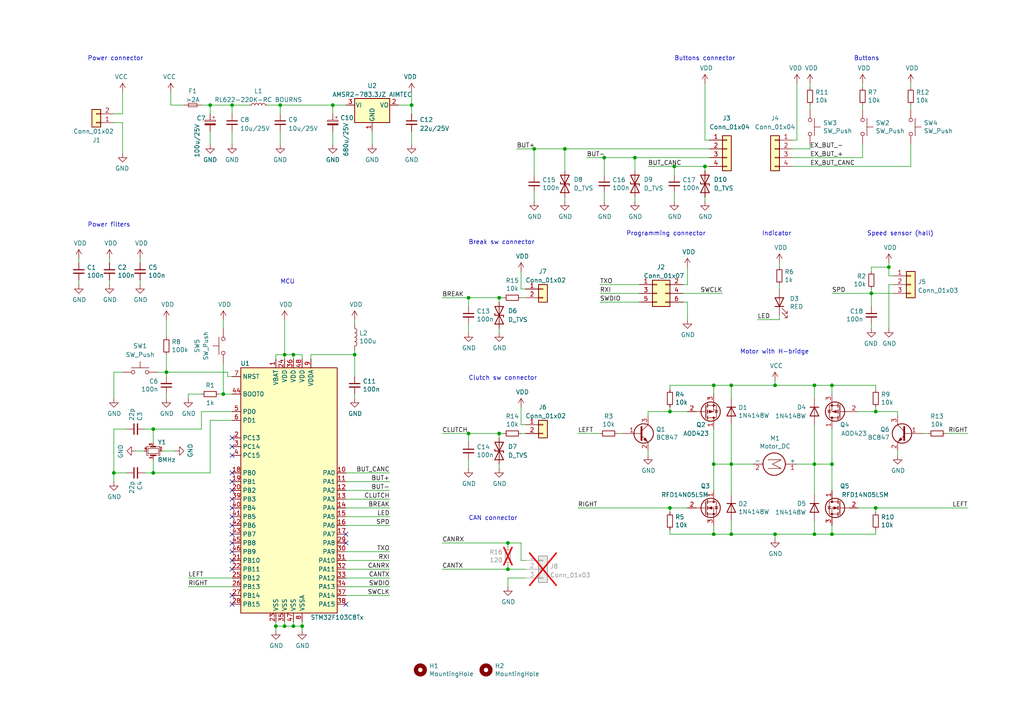
<source format=kicad_sch>
(kicad_sch (version 20230121) (generator eeschema)
  (paper "A4")
  (title_block (title "Sterownik tempomatu") (date "2022-12-19") (rev "1") (company "CR"))
  (junction (at 236.22 154.94))
  (junction (at 48.26 107.95))
  (junction (at 241.3 111.76))
  (junction (at 241.3 154.94))
  (junction (at 81.28 30.48))
  (junction (at 207.01 134.62))
  (junction (at 60.96 30.48))
  (junction (at 119.38 30.48))
  (junction (at 96.52 30.48))
  (junction (at 163.83 43.18))
  (junction (at 207.01 154.94))
  (junction (at 254 119.38))
  (junction (at 135.89 125.73))
  (junction (at 212.09 154.94))
  (junction (at 144.78 86.36))
  (junction (at 236.22 134.62))
  (junction (at 257.81 77.47))
  (junction (at 212.09 134.62))
  (junction (at 236.22 111.76))
  (junction (at 85.09 102.87))
  (junction (at 224.79 111.76))
  (junction (at 82.55 181.61))
  (junction (at 144.78 125.73))
  (junction (at 44.45 124.46))
  (junction (at 224.79 154.94))
  (junction (at 212.09 111.76))
  (junction (at 241.3 134.62))
  (junction (at 207.01 111.76))
  (junction (at 44.45 137.16))
  (junction (at 64.77 114.3))
  (junction (at 67.31 30.48))
  (junction (at 184.15 45.72))
  (junction (at 154.94 43.18))
  (junction (at 194.31 147.32))
  (junction (at 254 147.32))
  (junction (at 87.63 181.61))
  (junction (at 204.47 48.26))
  (junction (at 194.31 119.38))
  (junction (at 147.32 157.48))
  (junction (at 135.89 86.36))
  (junction (at 175.26 45.72))
  (junction (at 102.87 102.87))
  (junction (at 33.02 137.16))
  (junction (at 85.09 181.61))
  (junction (at 195.58 48.26))
  (junction (at 80.01 181.61))
  (junction (at 252.73 85.09))
  (junction (at 147.32 165.1))
  (junction (at 82.55 102.87))
  (no_connect (at 67.31 152.4))
  (no_connect (at 67.31 154.94))
  (no_connect (at 67.31 165.1))
  (no_connect (at 67.31 147.32))
  (no_connect (at 67.31 142.24))
  (no_connect (at 67.31 139.7))
  (no_connect (at 67.31 162.56))
  (no_connect (at 100.33 157.48))
  (no_connect (at 67.31 132.08))
  (no_connect (at 67.31 137.16))
  (no_connect (at 67.31 157.48))
  (no_connect (at 67.31 149.86))
  (no_connect (at 100.33 154.94))
  (no_connect (at 67.31 160.02))
  (no_connect (at 67.31 129.54))
  (no_connect (at 67.31 172.72))
  (no_connect (at 67.31 144.78))
  (no_connect (at 67.31 175.26))
  (no_connect (at 67.31 127))
  (no_connect (at 100.33 175.26))
  (wire (pts (xy 231.14 134.62) (xy 236.22 134.62)))
  (wire (pts (xy 207.01 111.76) (xy 194.31 111.76)))
  (wire (pts (xy 257.81 77.47) (xy 257.81 80.01)))
  (wire (pts (xy 207.01 111.76) (xy 207.01 114.3)))
  (wire (pts (xy 147.32 163.83) (xy 147.32 165.1)))
  (wire (pts (xy 236.22 154.94) (xy 241.3 154.94)))
  (wire (pts (xy 100.33 139.7) (xy 113.03 139.7)))
  (wire (pts (xy 67.31 38.1) (xy 67.31 41.91)))
  (wire (pts (xy 204.47 48.26) (xy 204.47 49.53)))
  (wire (pts (xy 236.22 151.13) (xy 236.22 154.94)))
  (wire (pts (xy 248.92 147.32) (xy 254 147.32)))
  (wire (pts (xy 135.89 133.35) (xy 135.89 135.89)))
  (wire (pts (xy 96.52 38.1) (xy 96.52 41.91)))
  (wire (pts (xy 205.74 40.64) (xy 204.47 40.64)))
  (wire (pts (xy 44.45 137.16) (xy 60.96 137.16)))
  (wire (pts (xy 40.64 74.93) (xy 40.64 76.2)))
  (wire (pts (xy 195.58 55.88) (xy 195.58 58.42)))
  (wire (pts (xy 236.22 111.76) (xy 241.3 111.76)))
  (wire (pts (xy 100.33 144.78) (xy 113.03 144.78)))
  (wire (pts (xy 236.22 115.57) (xy 236.22 111.76)))
  (wire (pts (xy 151.13 157.48) (xy 147.32 157.48)))
  (wire (pts (xy 254 154.94) (xy 254 153.67)))
  (wire (pts (xy 195.58 48.26) (xy 195.58 50.8)))
  (wire (pts (xy 33.02 124.46) (xy 33.02 137.16)))
  (wire (pts (xy 212.09 111.76) (xy 224.79 111.76)))
  (wire (pts (xy 80.01 181.61) (xy 80.01 182.88)))
  (wire (pts (xy 175.26 45.72) (xy 175.26 50.8)))
  (wire (pts (xy 198.12 85.09) (xy 209.55 85.09)))
  (wire (pts (xy 274.32 125.73) (xy 280.67 125.73)))
  (wire (pts (xy 212.09 111.76) (xy 207.01 111.76)))
  (wire (pts (xy 151.13 78.74) (xy 151.13 83.82)))
  (wire (pts (xy 46.99 130.81) (xy 50.8 130.81)))
  (wire (pts (xy 241.3 134.62) (xy 241.3 142.24)))
  (wire (pts (xy 58.42 124.46) (xy 58.42 119.38)))
  (wire (pts (xy 252.73 85.09) (xy 259.08 85.09)))
  (wire (pts (xy 175.26 45.72) (xy 184.15 45.72)))
  (wire (pts (xy 236.22 134.62) (xy 241.3 134.62)))
  (wire (pts (xy 119.38 30.48) (xy 119.38 33.02)))
  (wire (pts (xy 135.89 125.73) (xy 135.89 128.27)))
  (wire (pts (xy 87.63 102.87) (xy 87.63 104.14)))
  (wire (pts (xy 66.04 107.95) (xy 66.04 109.22)))
  (wire (pts (xy 252.73 93.98) (xy 252.73 95.25)))
  (wire (pts (xy 96.52 33.02) (xy 96.52 30.48)))
  (wire (pts (xy 128.27 165.1) (xy 147.32 165.1)))
  (wire (pts (xy 100.33 170.18) (xy 113.03 170.18)))
  (wire (pts (xy 147.32 167.64) (xy 152.4 167.64)))
  (wire (pts (xy 184.15 45.72) (xy 184.15 49.53)))
  (wire (pts (xy 224.79 111.76) (xy 236.22 111.76)))
  (wire (pts (xy 173.99 85.09) (xy 185.42 85.09)))
  (wire (pts (xy 241.3 114.3) (xy 241.3 111.76)))
  (wire (pts (xy 151.13 83.82) (xy 152.4 83.82)))
  (wire (pts (xy 180.34 125.73) (xy 179.07 125.73)))
  (wire (pts (xy 100.33 165.1) (xy 113.03 165.1)))
  (wire (pts (xy 241.3 111.76) (xy 254 111.76)))
  (wire (pts (xy 80.01 181.61) (xy 82.55 181.61)))
  (wire (pts (xy 128.27 157.48) (xy 147.32 157.48)))
  (wire (pts (xy 199.39 77.47) (xy 199.39 82.55)))
  (wire (pts (xy 48.26 107.95) (xy 66.04 107.95)))
  (wire (pts (xy 64.77 105.41) (xy 64.77 114.3)))
  (wire (pts (xy 100.33 142.24) (xy 113.03 142.24)))
  (wire (pts (xy 77.47 30.48) (xy 81.28 30.48)))
  (wire (pts (xy 31.75 74.93) (xy 31.75 76.2)))
  (wire (pts (xy 250.19 24.13) (xy 250.19 25.4)))
  (wire (pts (xy 81.28 33.02) (xy 81.28 30.48)))
  (wire (pts (xy 152.4 162.56) (xy 151.13 162.56)))
  (wire (pts (xy 144.78 125.73) (xy 144.78 127)))
  (wire (pts (xy 107.95 38.1) (xy 107.95 41.91)))
  (wire (pts (xy 167.64 147.32) (xy 194.31 147.32)))
  (wire (pts (xy 54.61 167.64) (xy 67.31 167.64)))
  (wire (pts (xy 207.01 134.62) (xy 207.01 124.46)))
  (wire (pts (xy 102.87 101.6) (xy 102.87 102.87)))
  (wire (pts (xy 33.02 139.7) (xy 33.02 137.16)))
  (wire (pts (xy 102.87 92.71) (xy 102.87 93.98)))
  (wire (pts (xy 269.24 125.73) (xy 267.97 125.73)))
  (wire (pts (xy 41.91 124.46) (xy 44.45 124.46)))
  (wire (pts (xy 147.32 170.18) (xy 147.32 167.64)))
  (wire (pts (xy 236.22 134.62) (xy 236.22 143.51)))
  (wire (pts (xy 44.45 124.46) (xy 44.45 128.27)))
  (wire (pts (xy 257.81 82.55) (xy 259.08 82.55)))
  (wire (pts (xy 151.13 118.11) (xy 151.13 123.19)))
  (wire (pts (xy 226.06 92.71) (xy 219.71 92.71)))
  (wire (pts (xy 115.57 30.48) (xy 119.38 30.48)))
  (wire (pts (xy 85.09 181.61) (xy 87.63 181.61)))
  (wire (pts (xy 102.87 109.22) (xy 102.87 102.87)))
  (wire (pts (xy 60.96 137.16) (xy 60.96 121.92)))
  (wire (pts (xy 33.02 107.95) (xy 35.56 107.95)))
  (wire (pts (xy 60.96 38.1) (xy 60.96 41.91)))
  (wire (pts (xy 85.09 180.34) (xy 85.09 181.61)))
  (wire (pts (xy 48.26 92.71) (xy 48.26 97.79)))
  (wire (pts (xy 67.31 30.48) (xy 72.39 30.48)))
  (wire (pts (xy 33.02 107.95) (xy 33.02 115.57)))
  (wire (pts (xy 80.01 180.34) (xy 80.01 181.61)))
  (wire (pts (xy 154.94 55.88) (xy 154.94 58.42)))
  (wire (pts (xy 250.19 45.72) (xy 250.19 41.91)))
  (wire (pts (xy 241.3 154.94) (xy 254 154.94)))
  (wire (pts (xy 60.96 121.92) (xy 67.31 121.92)))
  (wire (pts (xy 241.3 152.4) (xy 241.3 154.94)))
  (wire (pts (xy 128.27 86.36) (xy 135.89 86.36)))
  (wire (pts (xy 39.37 130.81) (xy 41.91 130.81)))
  (wire (pts (xy 257.81 76.2) (xy 257.81 77.47)))
  (wire (pts (xy 199.39 92.71) (xy 199.39 87.63)))
  (wire (pts (xy 147.32 157.48) (xy 147.32 158.75)))
  (wire (pts (xy 64.77 92.71) (xy 64.77 95.25)))
  (wire (pts (xy 35.56 26.67) (xy 35.56 33.02)))
  (wire (pts (xy 48.26 114.3) (xy 48.26 115.57)))
  (wire (pts (xy 144.78 125.73) (xy 146.05 125.73)))
  (wire (pts (xy 204.47 40.64) (xy 204.47 24.13)))
  (wire (pts (xy 250.19 30.48) (xy 250.19 31.75)))
  (wire (pts (xy 204.47 48.26) (xy 205.74 48.26)))
  (wire (pts (xy 207.01 142.24) (xy 207.01 134.62)))
  (wire (pts (xy 212.09 115.57) (xy 212.09 111.76)))
  (wire (pts (xy 82.55 92.71) (xy 82.55 102.87)))
  (wire (pts (xy 264.16 48.26) (xy 264.16 41.91)))
  (wire (pts (xy 82.55 102.87) (xy 85.09 102.87)))
  (wire (pts (xy 36.83 137.16) (xy 33.02 137.16)))
  (wire (pts (xy 167.64 125.73) (xy 173.99 125.73)))
  (wire (pts (xy 226.06 83.82) (xy 226.06 82.55)))
  (wire (pts (xy 248.92 119.38) (xy 254 119.38)))
  (wire (pts (xy 151.13 86.36) (xy 152.4 86.36)))
  (wire (pts (xy 128.27 125.73) (xy 135.89 125.73)))
  (wire (pts (xy 212.09 134.62) (xy 218.44 134.62)))
  (wire (pts (xy 80.01 104.14) (xy 80.01 102.87)))
  (wire (pts (xy 241.3 124.46) (xy 241.3 134.62)))
  (wire (pts (xy 252.73 78.74) (xy 252.73 77.47)))
  (wire (pts (xy 212.09 134.62) (xy 212.09 143.51)))
  (wire (pts (xy 58.42 114.3) (xy 54.61 114.3)))
  (wire (pts (xy 224.79 110.49) (xy 224.79 111.76)))
  (wire (pts (xy 187.96 119.38) (xy 194.31 119.38)))
  (wire (pts (xy 185.42 87.63) (xy 173.99 87.63)))
  (wire (pts (xy 82.55 181.61) (xy 85.09 181.61)))
  (wire (pts (xy 100.33 152.4) (xy 113.03 152.4)))
  (wire (pts (xy 54.61 114.3) (xy 54.61 115.57)))
  (wire (pts (xy 100.33 160.02) (xy 113.03 160.02)))
  (wire (pts (xy 254 147.32) (xy 254 148.59)))
  (wire (pts (xy 170.18 45.72) (xy 175.26 45.72)))
  (wire (pts (xy 194.31 147.32) (xy 199.39 147.32)))
  (wire (pts (xy 254 111.76) (xy 254 113.03)))
  (wire (pts (xy 58.42 119.38) (xy 67.31 119.38)))
  (wire (pts (xy 187.96 48.26) (xy 195.58 48.26)))
  (wire (pts (xy 254 119.38) (xy 254 118.11)))
  (wire (pts (xy 44.45 124.46) (xy 58.42 124.46)))
  (wire (pts (xy 80.01 102.87) (xy 82.55 102.87)))
  (wire (pts (xy 207.01 154.94) (xy 194.31 154.94)))
  (wire (pts (xy 90.17 102.87) (xy 102.87 102.87)))
  (wire (pts (xy 234.95 24.13) (xy 234.95 25.4)))
  (wire (pts (xy 234.95 43.18) (xy 234.95 41.91)))
  (wire (pts (xy 229.87 40.64) (xy 231.14 40.64)))
  (wire (pts (xy 224.79 154.94) (xy 236.22 154.94)))
  (wire (pts (xy 151.13 123.19) (xy 152.4 123.19)))
  (wire (pts (xy 199.39 87.63) (xy 198.12 87.63)))
  (wire (pts (xy 60.96 30.48) (xy 67.31 30.48)))
  (wire (pts (xy 163.83 43.18) (xy 205.74 43.18)))
  (wire (pts (xy 257.81 80.01) (xy 259.08 80.01)))
  (wire (pts (xy 149.86 43.18) (xy 154.94 43.18)))
  (wire (pts (xy 100.33 137.16) (xy 113.03 137.16)))
  (wire (pts (xy 100.33 162.56) (xy 113.03 162.56)))
  (wire (pts (xy 226.06 77.47) (xy 226.06 76.2)))
  (wire (pts (xy 199.39 82.55) (xy 198.12 82.55)))
  (wire (pts (xy 31.75 81.28) (xy 31.75 82.55)))
  (wire (pts (xy 82.55 104.14) (xy 82.55 102.87)))
  (wire (pts (xy 87.63 181.61) (xy 87.63 182.88)))
  (wire (pts (xy 81.28 38.1) (xy 81.28 41.91)))
  (wire (pts (xy 135.89 93.98) (xy 135.89 96.52)))
  (wire (pts (xy 82.55 180.34) (xy 82.55 181.61)))
  (wire (pts (xy 66.04 109.22) (xy 67.31 109.22)))
  (wire (pts (xy 224.79 156.21) (xy 224.79 154.94)))
  (wire (pts (xy 260.35 132.08) (xy 260.35 130.81)))
  (wire (pts (xy 144.78 95.25) (xy 144.78 96.52)))
  (wire (pts (xy 113.03 149.86) (xy 100.33 149.86)))
  (wire (pts (xy 35.56 35.56) (xy 35.56 44.45)))
  (wire (pts (xy 60.96 33.02) (xy 60.96 30.48)))
  (wire (pts (xy 187.96 132.08) (xy 187.96 130.81)))
  (wire (pts (xy 264.16 24.13) (xy 264.16 25.4)))
  (wire (pts (xy 90.17 104.14) (xy 90.17 102.87)))
  (wire (pts (xy 85.09 102.87) (xy 87.63 102.87)))
  (wire (pts (xy 87.63 181.61) (xy 87.63 180.34)))
  (wire (pts (xy 184.15 45.72) (xy 205.74 45.72)))
  (wire (pts (xy 58.42 30.48) (xy 60.96 30.48)))
  (wire (pts (xy 175.26 55.88) (xy 175.26 58.42)))
  (wire (pts (xy 144.78 86.36) (xy 144.78 87.63)))
  (wire (pts (xy 135.89 86.36) (xy 135.89 88.9)))
  (wire (pts (xy 187.96 120.65) (xy 187.96 119.38)))
  (wire (pts (xy 154.94 43.18) (xy 163.83 43.18)))
  (wire (pts (xy 257.81 82.55) (xy 257.81 95.25)))
  (wire (pts (xy 260.35 119.38) (xy 254 119.38)))
  (wire (pts (xy 229.87 45.72) (xy 250.19 45.72)))
  (wire (pts (xy 163.83 57.15) (xy 163.83 58.42)))
  (wire (pts (xy 35.56 33.02) (xy 33.02 33.02)))
  (wire (pts (xy 194.31 119.38) (xy 194.31 118.11)))
  (wire (pts (xy 212.09 151.13) (xy 212.09 154.94)))
  (wire (pts (xy 264.16 30.48) (xy 264.16 31.75)))
  (wire (pts (xy 252.73 88.9) (xy 252.73 85.09)))
  (wire (pts (xy 194.31 148.59) (xy 194.31 147.32)))
  (wire (pts (xy 100.33 147.32) (xy 113.03 147.32)))
  (wire (pts (xy 48.26 109.22) (xy 48.26 107.95)))
  (wire (pts (xy 231.14 40.64) (xy 231.14 24.13)))
  (wire (pts (xy 144.78 134.62) (xy 144.78 135.89)))
  (wire (pts (xy 22.86 81.28) (xy 22.86 82.55)))
  (wire (pts (xy 260.35 120.65) (xy 260.35 119.38)))
  (wire (pts (xy 135.89 86.36) (xy 144.78 86.36)))
  (wire (pts (xy 154.94 43.18) (xy 154.94 50.8)))
  (wire (pts (xy 151.13 162.56) (xy 151.13 157.48)))
  (wire (pts (xy 163.83 43.18) (xy 163.83 49.53)))
  (wire (pts (xy 207.01 152.4) (xy 207.01 154.94)))
  (wire (pts (xy 241.3 85.09) (xy 252.73 85.09)))
  (wire (pts (xy 49.53 30.48) (xy 53.34 30.48)))
  (wire (pts (xy 185.42 82.55) (xy 173.99 82.55)))
  (wire (pts (xy 96.52 30.48) (xy 100.33 30.48)))
  (wire (pts (xy 49.53 26.67) (xy 49.53 30.48)))
  (wire (pts (xy 63.5 114.3) (xy 64.77 114.3)))
  (wire (pts (xy 67.31 33.02) (xy 67.31 30.48)))
  (wire (pts (xy 41.91 137.16) (xy 44.45 137.16)))
  (wire (pts (xy 204.47 57.15) (xy 204.47 58.42)))
  (wire (pts (xy 212.09 154.94) (xy 224.79 154.94)))
  (wire (pts (xy 212.09 123.19) (xy 212.09 134.62)))
  (wire (pts (xy 151.13 125.73) (xy 152.4 125.73)))
  (wire (pts (xy 236.22 123.19) (xy 236.22 134.62)))
  (wire (pts (xy 100.33 172.72) (xy 113.03 172.72)))
  (wire (pts (xy 135.89 125.73) (xy 144.78 125.73)))
  (wire (pts (xy 119.38 38.1) (xy 119.38 41.91)))
  (wire (pts (xy 194.31 111.76) (xy 194.31 113.03)))
  (wire (pts (xy 100.33 167.64) (xy 113.03 167.64)))
  (wire (pts (xy 212.09 154.94) (xy 207.01 154.94)))
  (wire (pts (xy 199.39 119.38) (xy 194.31 119.38)))
  (wire (pts (xy 67.31 170.18) (xy 54.61 170.18)))
  (wire (pts (xy 212.09 134.62) (xy 207.01 134.62)))
  (wire (pts (xy 252.73 77.47) (xy 257.81 77.47)))
  (wire (pts (xy 40.64 81.28) (xy 40.64 82.55)))
  (wire (pts (xy 144.78 86.36) (xy 146.05 86.36)))
  (wire (pts (xy 85.09 104.14) (xy 85.09 102.87)))
  (wire (pts (xy 33.02 124.46) (xy 36.83 124.46)))
  (wire (pts (xy 102.87 115.57) (xy 102.87 114.3)))
  (wire (pts (xy 184.15 57.15) (xy 184.15 58.42)))
  (wire (pts (xy 252.73 83.82) (xy 252.73 85.09)))
  (wire (pts (xy 234.95 30.48) (xy 234.95 31.75)))
  (wire (pts (xy 22.86 74.93) (xy 22.86 76.2)))
  (wire (pts (xy 33.02 35.56) (xy 35.56 35.56)))
  (wire (pts (xy 119.38 30.48) (xy 119.38 26.67)))
  (wire (pts (xy 64.77 114.3) (xy 67.31 114.3)))
  (wire (pts (xy 81.28 30.48) (xy 96.52 30.48)))
  (wire (pts (xy 229.87 43.18) (xy 234.95 43.18)))
  (wire (pts (xy 45.72 107.95) (xy 48.26 107.95)))
  (wire (pts (xy 195.58 48.26) (xy 204.47 48.26)))
  (wire (pts (xy 194.31 154.94) (xy 194.31 153.67)))
  (wire (pts (xy 254 147.32) (xy 280.67 147.32)))
  (wire (pts (xy 48.26 102.87) (xy 48.26 107.95)))
  (wire (pts (xy 229.87 48.26) (xy 264.16 48.26)))
  (wire (pts (xy 226.06 91.44) (xy 226.06 92.71)))
  (wire (pts (xy 44.45 133.35) (xy 44.45 137.16)))
  (wire (pts (xy 147.32 165.1) (xy 152.4 165.1)))
  (text "Buttons" (at 247.65 17.78 0) (effects (font (size 1.27 1.27)) (justify left bottom)))
  (text "MCU" (at 81.28 82.55 0) (effects (font (size 1.27 1.27)) (justify left bottom)))
  (text "Programming connector" (at 181.61 68.58 0) (effects (font (size 1.27 1.27)) (justify left bottom)))
  (text "Buttons connector" (at 195.58 17.78 0) (effects (font (size 1.27 1.27)) (justify left bottom)))
  (text "Power connector" (at 25.4 17.78 0) (effects (font (size 1.27 1.27)) (justify left bottom)))
  (text "Clutch sw connector" (at 135.89 110.49 0) (effects (font (size 1.27 1.27)) (justify left bottom)))
  (text "Indicator" (at 220.98 68.58 0) (effects (font (size 1.27 1.27)) (justify left bottom)))
  (text "Power filters" (at 25.4 66.04 0) (effects (font (size 1.27 1.27)) (justify left bottom)))
  (text "Speed sensor (hall)" (at 251.46 68.58 0) (effects (font (size 1.27 1.27)) (justify left bottom)))
  (text "CAN connector" (at 135.89 151.13 0) (effects (font (size 1.27 1.27)) (justify left bottom)))
  (text "Break sw connector" (at 135.89 71.12 0) (effects (font (size 1.27 1.27)) (justify left bottom)))
  (text "Motor with H-bridge" (at 214.63 102.87 0) (effects (font (size 1.27 1.27)) (justify left bottom)))
  (label "TXO" (at 173.99 82.55 0))
  (label "SWCLK" (at 209.55 85.09 180))
  (label "CANRX" (at 113.03 165.1 180))
  (label "CANTX" (at 128.27 165.1 0))
  (label "LED" (at 219.71 92.71 0))
  (label "BUT+" (at 113.03 139.7 180))
  (label "CLUTCH" (at 128.27 125.73 0))
  (label "SWDIO" (at 173.99 87.63 0))
  (label "RIGHT" (at 167.64 147.32 0))
  (label "RXI" (at 173.99 85.09 0))
  (label "BUT_CANC" (at 187.96 48.26 0))
  (label "EX_BUT_+" (at 234.95 45.72 0))
  (label "CANRX" (at 128.27 157.48 0))
  (label "LEFT" (at 167.64 125.73 0))
  (label "BREAK" (at 128.27 86.36 0))
  (label "LEFT" (at 280.67 147.32 180))
  (label "LED" (at 113.03 149.86 180))
  (label "SPD" (at 113.03 152.4 180))
  (label "EX_BUT_CANC" (at 234.95 48.26 0))
  (label "RIGHT" (at 54.61 170.18 0))
  (label "BUT_CANC" (at 113.03 137.16 180))
  (label "TXO" (at 113.03 160.02 180))
  (label "LEFT" (at 54.61 167.64 0))
  (label "SWCLK" (at 113.03 172.72 180))
  (label "SPD" (at 241.3 85.09 0))
  (label "RIGHT" (at 280.67 125.73 180))
  (label "CLUTCH" (at 113.03 144.78 180))
  (label "RXI" (at 113.03 162.56 180))
  (label "BUT-" (at 113.03 142.24 180))
  (label "BUT+" (at 149.86 43.18 0))
  (label "CANTX" (at 113.03 167.64 180))
  (label "EX_BUT_-" (at 234.95 43.18 0))
  (label "SWDIO" (at 113.03 170.18 180))
  (label "BUT-" (at 170.18 45.72 0))
  (label "BREAK" (at 113.03 147.32 180))
  (symbol (lib_id "Device:Q_NMOS_DGS") (at 204.47 147.32 0) (unit 1)
    (property "Reference" "Q3" (at 203.2 140.97 0) (effects (justify left)))
    (property "Value" "RFD14N05LSM" (at 191.77 143.51 0) (effects (justify left)))
    (property "Footprint" "Package_TO_SOT_SMD:TO-252-3_TabPin1" (effects hide))
  )
  (symbol (lib_id "Device:Q_PMOS_DGS") (at 204.47 119.38 0) (mirror x) (unit 1)
    (property "Reference" "Q2" (at 201.93 123.19 0) (effects (justify left)))
    (property "Value" "AOD423" (at 198.12 125.73 0) (effects (justify left)))
    (property "Footprint" "Package_TO_SOT_SMD:TO-252-3_TabPin1" (effects hide))
  )
  (symbol (lib_id "Device:Q_NMOS_DGS") (at 243.84 147.32 0) (mirror y) (unit 1)
    (property "Reference" "Q5" (at 246.38 140.97 0) (effects (justify left)))
    (property "Value" "RFD14N05LSM" (at 257.81 143.51 0) (effects (justify left)))
    (property "Footprint" "Package_TO_SOT_SMD:TO-252-3_TabPin1" (effects hide))
  )
  (symbol (lib_id "Device:Q_PMOS_DGS") (at 243.84 119.38 180) (unit 1)
    (property "Reference" "Q4" (at 246.38 123.19 0) (effects (justify left)))
    (property "Value" "AOD423" (at 251.46 125.73 0) (effects (justify left)))
    (property "Footprint" "Package_TO_SOT_SMD:TO-252-3_TabPin1" (effects hide))
  )
  (symbol (lib_id "Device:R_Small") (at 194.31 115.57 0) (unit 1)
    (property "Reference" "R4" (at 195.8086 114.4016 0) (effects (justify left)))
    (property "Value" "10k" (at 195.8086 116.713 0) (effects (justify left)))
    (property "Footprint" "Resistor_SMD:R_0603_1608Metric" (effects hide))
  )
  (symbol (lib_id "Device:R_Small") (at 194.31 151.13 0) (unit 1)
    (property "Reference" "R5" (at 195.8086 149.9616 0) (effects (justify left)))
    (property "Value" "10k" (at 195.8086 152.273 0) (effects (justify left)))
    (property "Footprint" "Resistor_SMD:R_0603_1608Metric" (effects hide))
  )
  (symbol (lib_id "Device:R_Small") (at 254 151.13 0) (unit 1)
    (property "Reference" "R10" (at 255.4986 149.9616 0) (effects (justify left)))
    (property "Value" "10k" (at 255.4986 152.273 0) (effects (justify left)))
    (property "Footprint" "Resistor_SMD:R_0603_1608Metric" (effects hide))
  )
  (symbol (lib_id "Device:R_Small") (at 254 115.57 0) (unit 1)
    (property "Reference" "R9" (at 255.4986 114.4016 0) (effects (justify left)))
    (property "Value" "10k" (at 255.4986 116.713 0) (effects (justify left)))
    (property "Footprint" "Resistor_SMD:R_0603_1608Metric" (effects hide))
  )
  (symbol (lib_id "power:VCC") (at 224.79 110.49 0) (unit 1)
    (property "Reference" "#PWR032" (effects hide))
    (property "Value" "VCC" (at 225.171 106.0958 0))
  )
  (symbol (lib_id "power:GND") (at 224.79 156.21 0) (unit 1)
    (property "Reference" "#PWR033" (effects hide))
    (property "Value" "GND" (at 224.917 160.6042 0))
  )
  (symbol (lib_id "Motor:Motor_DC") (at 226.06 134.62 270) (unit 1)
    (property "Reference" "M1" (at 224.79 127.127 90))
    (property "Value" "Motor_DC" (at 224.79 129.4384 90))
    (property "Footprint" "Connector_PinHeader_2.54mm:PinHeader_1x02_P2.54mm_Vertical" (effects hide))
  )
  (symbol (lib_id "Transistor_BJT:BC847") (at 185.42 125.73 0) (unit 1)
    (property "Reference" "Q1" (at 190.2714 124.5616 0) (effects (justify left)))
    (property "Value" "BC847" (at 190.2714 126.873 0) (effects (justify left)))
    (property "Footprint" "Package_TO_SOT_SMD:SOT-23" (effects hide))
    (property "Datasheet" "http://www.infineon.com/dgdl/Infineon-BC847SERIES_BC848SERIES_BC849SERIES_BC850SERIES-DS-v01_01-en.pdf?fileId=db3a304314dca389011541d4630a1657" (effects hide))
  )
  (symbol (lib_id "Transistor_BJT:BC847") (at 262.89 125.73 0) (mirror y) (unit 1)
    (property "Reference" "Q6" (at 258.0386 124.5616 0) (effects (justify left)))
    (property "Value" "BC847" (at 258.0386 126.873 0) (effects (justify left)))
    (property "Footprint" "Package_TO_SOT_SMD:SOT-23" (effects hide))
    (property "Datasheet" "http://www.infineon.com/dgdl/Infineon-BC847SERIES_BC848SERIES_BC849SERIES_BC850SERIES-DS-v01_01-en.pdf?fileId=db3a304314dca389011541d4630a1657" (effects hide))
  )
  (symbol (lib_id "power:GND") (at 187.96 132.08 0) (unit 1)
    (property "Reference" "#PWR029" (effects hide))
    (property "Value" "GND" (at 188.087 136.4742 0))
  )
  (symbol (lib_id "power:GND") (at 260.35 132.08 0) (unit 1)
    (property "Reference" "#PWR040" (effects hide))
    (property "Value" "GND" (at 260.477 136.4742 0))
  )
  (symbol (lib_id "Device:R_Small") (at 176.53 125.73 270) (unit 1)
    (property "Reference" "R3" (at 176.53 120.7516 90))
    (property "Value" "10k" (at 176.53 123.063 90))
    (property "Footprint" "Resistor_SMD:R_0603_1608Metric" (effects hide))
  )
  (symbol (lib_id "Device:R_Small") (at 271.78 125.73 270) (unit 1)
    (property "Reference" "R13" (at 271.78 120.7516 90))
    (property "Value" "10k" (at 271.78 123.063 90))
    (property "Footprint" "Resistor_SMD:R_0603_1608Metric" (effects hide))
  )
  (symbol (lib_id "Diode:1N4148W") (at 212.09 119.38 270) (unit 1)
    (property "Reference" "D1" (at 214.122 118.2116 90) (effects (justify left)))
    (property "Value" "1N4148W" (at 214.122 120.523 90) (effects (justify left)))
    (property "Footprint" "Diode_SMD:D_SOD-123" (effects hide))
    (property "Datasheet" "https://www.vishay.com/docs/85748/1n4148w.pdf" (effects hide))
  )
  (symbol (lib_id "Diode:1N4148W") (at 236.22 119.38 90) (mirror x) (unit 1)
    (property "Reference" "D4" (at 231.14 118.11 90) (effects (justify right)))
    (property "Value" "1N4148W" (at 224.79 120.65 90) (effects (justify right)))
    (property "Footprint" "Diode_SMD:D_SOD-123" (effects hide))
    (property "Datasheet" "https://www.vishay.com/docs/85748/1n4148w.pdf" (effects hide))
  )
  (symbol (lib_id "Diode:1N4148W") (at 212.09 147.32 270) (unit 1)
    (property "Reference" "D2" (at 214.122 146.1516 90) (effects (justify left)))
    (property "Value" "1N4148W" (at 214.122 148.463 90) (effects (justify left)))
    (property "Footprint" "Diode_SMD:D_SOD-123" (effects hide))
    (property "Datasheet" "https://www.vishay.com/docs/85748/1n4148w.pdf" (effects hide))
  )
  (symbol (lib_id "Diode:1N4148W") (at 236.22 147.32 90) (mirror x) (unit 1)
    (property "Reference" "D5" (at 231.14 146.05 90) (effects (justify right)))
    (property "Value" "1N4148W" (at 224.79 148.59 90) (effects (justify right)))
    (property "Footprint" "Diode_SMD:D_SOD-123" (effects hide))
    (property "Datasheet" "https://www.vishay.com/docs/85748/1n4148w.pdf" (effects hide))
  )
  (symbol (lib_id "Switch:SW_Push") (at 250.19 36.83 270) (unit 1)
    (property "Reference" "SW2" (at 253.9492 35.6616 90) (effects (justify left)))
    (property "Value" "SW_Push" (at 253.9492 37.973 90) (effects (justify left)))
    (property "Footprint" "Button_Switch_THT:SW_PUSH_6mm" (effects hide))
  )
  (symbol (lib_id "Switch:SW_Push") (at 234.95 36.83 270) (unit 1)
    (property "Reference" "SW3" (at 238.7092 35.6616 90) (effects (justify left)))
    (property "Value" "SW_Push" (at 238.7092 37.973 90) (effects (justify left)))
    (property "Footprint" "Button_Switch_THT:SW_PUSH_6mm" (effects hide))
  )
  (symbol (lib_id "Switch:SW_Push") (at 264.16 36.83 270) (unit 1)
    (property "Reference" "SW4" (at 267.9192 35.6616 90) (effects (justify left)))
    (property "Value" "SW_Push" (at 267.9192 37.973 90) (effects (justify left)))
    (property "Footprint" "Button_Switch_THT:SW_PUSH_6mm" (effects hide))
  )
  (symbol (lib_id "Device:R_Small") (at 250.19 27.94 0) (unit 1)
    (property "Reference" "R7" (at 251.6886 26.7716 0) (effects (justify left)))
    (property "Value" "10k" (at 251.6886 29.083 0) (effects (justify left)))
    (property "Footprint" "Resistor_SMD:R_0603_1608Metric" (effects hide))
  )
  (symbol (lib_id "Device:R_Small") (at 234.95 27.94 0) (unit 1)
    (property "Reference" "R11" (at 236.4486 26.7716 0) (effects (justify left)))
    (property "Value" "10k" (at 236.4486 29.083 0) (effects (justify left)))
    (property "Footprint" "Resistor_SMD:R_0603_1608Metric" (effects hide))
  )
  (symbol (lib_id "Device:R_Small") (at 264.16 27.94 0) (unit 1)
    (property "Reference" "R12" (at 265.6586 26.7716 0) (effects (justify left)))
    (property "Value" "10k" (at 265.6586 29.083 0) (effects (justify left)))
    (property "Footprint" "Resistor_SMD:R_0603_1608Metric" (effects hide))
  )
  (symbol (lib_id "MCU_ST_STM32F1:STM32F103C8Tx") (at 85.09 142.24 0) (unit 1)
    (property "Reference" "U1" (at 71.12 105.41 0))
    (property "Value" "STM32F103C8Tx" (at 97.79 179.07 0))
    (property "Footprint" "Package_QFP:LQFP-48_7x7mm_P0.5mm" (effects hide))
    (property "Datasheet" "http://www.st.com/st-web-ui/static/active/en/resource/technical/document/datasheet/CD00161566.pdf" (effects hide))
  )
  (symbol (lib_id "Device:C_Small") (at 48.26 111.76 0) (mirror x) (unit 1)
    (property "Reference" "C6" (at 45.9232 110.5916 0) (effects (justify right)))
    (property "Value" "100n" (at 45.9232 112.903 0) (effects (justify right)))
    (property "Footprint" "Capacitor_SMD:C_0603_1608Metric" (effects hide))
  )
  (symbol (lib_id "power:GND") (at 48.26 115.57 0) (unit 1)
    (property "Reference" "#PWR011" (effects hide))
    (property "Value" "GND" (at 48.387 119.9642 0))
  )
  (symbol (lib_id "power:GND") (at 33.02 115.57 0) (unit 1)
    (property "Reference" "#PWR03" (effects hide))
    (property "Value" "GND" (at 33.147 119.9642 0))
  )
  (symbol (lib_id "Device:C_Small") (at 40.64 78.74 0) (mirror y) (unit 1)
    (property "Reference" "C5" (at 42.9768 77.5716 0) (effects (justify right)))
    (property "Value" "100n" (at 42.9768 79.883 0) (effects (justify right)))
    (property "Footprint" "Capacitor_SMD:C_0603_1608Metric" (effects hide))
  )
  (symbol (lib_id "power:GND") (at 80.01 182.88 0) (unit 1)
    (property "Reference" "#PWR016" (effects hide))
    (property "Value" "GND" (at 80.137 187.2742 0))
  )
  (symbol (lib_id "power:GND") (at 87.63 182.88 0) (unit 1)
    (property "Reference" "#PWR019" (effects hide))
    (property "Value" "GND" (at 87.757 187.2742 0))
  )
  (symbol (lib_id "power:VDD") (at 82.55 92.71 0) (unit 1)
    (property "Reference" "#PWR018" (effects hide))
    (property "Value" "VDD" (at 82.931 88.3158 0))
  )
  (symbol (lib_id "Device:C_Small") (at 31.75 78.74 0) (mirror y) (unit 1)
    (property "Reference" "C2" (at 34.0868 77.5716 0) (effects (justify right)))
    (property "Value" "100n" (at 34.0868 79.883 0) (effects (justify right)))
    (property "Footprint" "Capacitor_SMD:C_0603_1608Metric" (effects hide))
  )
  (symbol (lib_id "Device:C_Small") (at 22.86 78.74 0) (mirror y) (unit 1)
    (property "Reference" "C1" (at 25.1968 77.5716 0) (effects (justify right)))
    (property "Value" "100n" (at 25.1968 79.883 0) (effects (justify right)))
    (property "Footprint" "Capacitor_SMD:C_0603_1608Metric" (effects hide))
  )
  (symbol (lib_id "power:GND") (at 102.87 115.57 0) (unit 1)
    (property "Reference" "#PWR022" (effects hide))
    (property "Value" "GND" (at 102.997 119.9642 0))
  )
  (symbol (lib_id "Device:LED") (at 226.06 87.63 90) (unit 1)
    (property "Reference" "D3" (at 229.0572 86.6394 90) (effects (justify right)))
    (property "Value" "RED" (at 229.0572 88.9508 90) (effects (justify right)))
    (property "Footprint" "Diode_SMD:D_0603_1608Metric" (effects hide))
  )
  (symbol (lib_id "Device:R_Small") (at 226.06 80.01 0) (unit 1)
    (property "Reference" "R6" (at 227.5586 78.8416 0) (effects (justify left)))
    (property "Value" "1k" (at 227.5586 81.153 0) (effects (justify left)))
    (property "Footprint" "Resistor_SMD:R_0603_1608Metric" (effects hide))
  )
  (symbol (lib_id "power:VDD") (at 226.06 76.2 0) (unit 1)
    (property "Reference" "#PWR034" (effects hide))
    (property "Value" "VDD" (at 226.441 71.8058 0))
  )
  (symbol (lib_id "Device:Crystal_GND24_Small") (at 44.45 130.81 90) (unit 1)
    (property "Reference" "Y1" (at 45.72 128.27 90) (effects (justify right)))
    (property "Value" "8MHz" (at 45.72 133.35 90) (effects (justify right)))
    (property "Footprint" "Crystal:Crystal_SMD_EuroQuartz_MJ-4Pin_5.0x3.2mm" (effects hide))
  )
  (symbol (lib_id "power:VDD") (at 22.86 74.93 0) (unit 1)
    (property "Reference" "#PWR01" (effects hide))
    (property "Value" "VDD" (at 23.241 70.5358 0))
  )
  (symbol (lib_id "power:VDD") (at 31.75 74.93 0) (unit 1)
    (property "Reference" "#PWR07" (effects hide))
    (property "Value" "VDD" (at 32.131 70.5358 0))
  )
  (symbol (lib_id "power:VDD") (at 40.64 74.93 0) (unit 1)
    (property "Reference" "#PWR09" (effects hide))
    (property "Value" "VDD" (at 41.021 70.5358 0))
  )
  (symbol (lib_id "power:GND") (at 22.86 82.55 0) (unit 1)
    (property "Reference" "#PWR02" (effects hide))
    (property "Value" "GND" (at 22.987 86.9442 0))
  )
  (symbol (lib_id "power:GND") (at 31.75 82.55 0) (unit 1)
    (property "Reference" "#PWR08" (effects hide))
    (property "Value" "GND" (at 31.877 86.9442 0))
  )
  (symbol (lib_id "power:GND") (at 40.64 82.55 0) (unit 1)
    (property "Reference" "#PWR010" (effects hide))
    (property "Value" "GND" (at 40.767 86.9442 0))
  )
  (symbol (lib_id "power:VDD") (at 119.38 26.67 0) (mirror y) (unit 1)
    (property "Reference" "#PWR024" (effects hide))
    (property "Value" "VDD" (at 118.999 22.2758 0))
  )
  (symbol (lib_id "Device:C_Small") (at 39.37 124.46 90) (mirror x) (unit 1)
    (property "Reference" "C3" (at 40.5384 122.1232 0) (effects (justify right)))
    (property "Value" "22p" (at 38.227 122.1232 0) (effects (justify right)))
    (property "Footprint" "Capacitor_SMD:C_0603_1608Metric" (effects hide))
  )
  (symbol (lib_id "Device:C_Small") (at 39.37 137.16 90) (unit 1)
    (property "Reference" "C4" (at 40.5384 139.4968 0) (effects (justify right)))
    (property "Value" "22p" (at 38.227 139.4968 0) (effects (justify right)))
    (property "Footprint" "Capacitor_SMD:C_0603_1608Metric" (effects hide))
  )
  (symbol (lib_id "power:GND") (at 33.02 139.7 0) (unit 1)
    (property "Reference" "#PWR04" (effects hide))
    (property "Value" "GND" (at 33.147 144.0942 0))
  )
  (symbol (lib_id "Device:R_Small") (at 60.96 114.3 90) (unit 1)
    (property "Reference" "R1" (at 60.96 111.76 90))
    (property "Value" "1k" (at 60.96 116.84 90))
    (property "Footprint" "Resistor_SMD:R_0603_1608Metric" (effects hide))
  )
  (symbol (lib_id "power:VDD") (at 231.14 24.13 0) (mirror y) (unit 1)
    (property "Reference" "#PWR035" (effects hide))
    (property "Value" "VDD" (at 230.759 19.7358 0))
  )
  (symbol (lib_id "power:GND") (at 54.61 115.57 0) (unit 1)
    (property "Reference" "#PWR013" (effects hide))
    (property "Value" "GND" (at 54.737 119.9642 0))
  )
  (symbol (lib_id "power:VDD") (at 204.47 24.13 0) (unit 1)
    (property "Reference" "#PWR030" (effects hide))
    (property "Value" "VDD" (at 204.851 19.7358 0))
  )
  (symbol (lib_id "Device:L") (at 102.87 97.79 0) (unit 1)
    (property "Reference" "L2" (at 104.1908 96.6216 0) (effects (justify left)))
    (property "Value" "100u" (at 104.1908 98.933 0) (effects (justify left)))
    (property "Footprint" "Inductor_SMD:L_1210_3225Metric_Pad1.42x2.65mm_HandSolder" (effects hide))
  )
  (symbol (lib_id "power:VDD") (at 102.87 92.71 0) (unit 1)
    (property "Reference" "#PWR021" (effects hide))
    (property "Value" "VDD" (at 103.251 88.3158 0))
  )
  (symbol (lib_id "power:VCC") (at 49.53 26.67 0) (mirror y) (unit 1)
    (property "Reference" "#PWR012" (effects hide))
    (property "Value" "VCC" (at 49.149 22.2758 0))
  )
  (symbol (lib_id "power:VCC") (at 35.56 26.67 0) (mirror y) (unit 1)
    (property "Reference" "#PWR05" (effects hide))
    (property "Value" "VCC" (at 35.179 22.2758 0))
  )
  (symbol (lib_id "power:GND") (at 35.56 44.45 0) (mirror y) (unit 1)
    (property "Reference" "#PWR06" (effects hide))
    (property "Value" "GND" (at 35.433 48.8442 0))
  )
  (symbol (lib_id "power:VDD") (at 234.95 24.13 0) (unit 1)
    (property "Reference" "#PWR037" (effects hide))
    (property "Value" "VDD" (at 235.331 19.7358 0))
  )
  (symbol (lib_id "power:VDD") (at 250.19 24.13 0) (unit 1)
    (property "Reference" "#PWR039" (effects hide))
    (property "Value" "VDD" (at 250.571 19.7358 0))
  )
  (symbol (lib_id "power:VDD") (at 264.16 24.13 0) (unit 1)
    (property "Reference" "#PWR041" (effects hide))
    (property "Value" "VDD" (at 264.541 19.7358 0))
  )
  (symbol (lib_id "Mechanical:MountingHole") (at 140.97 194.31 0) (unit 1)
    (property "Reference" "H2" (at 143.51 193.1416 0) (effects (justify left)))
    (property "Value" "MountingHole" (at 143.51 195.453 0) (effects (justify left)))
    (property "Footprint" "MountingHole:MountingHole_3.5mm" (effects hide))
  )
  (symbol (lib_id "Mechanical:MountingHole") (at 121.92 194.31 0) (unit 1)
    (property "Reference" "H1" (at 124.46 193.1416 0) (effects (justify left)))
    (property "Value" "MountingHole" (at 124.46 195.453 0) (effects (justify left)))
    (property "Footprint" "MountingHole:MountingHole_3.5mm" (effects hide))
  )
  (symbol (lib_id "power:GND") (at 199.39 92.71 0) (unit 1)
    (property "Reference" "#PWR028" (effects hide))
    (property "Value" "GND" (at 199.517 97.1042 0))
  )
  (symbol (lib_id "power:VDD") (at 199.39 77.47 0) (unit 1)
    (property "Reference" "#PWR026" (effects hide))
    (property "Value" "VDD" (at 199.771 73.0758 0))
  )
  (symbol (lib_id "Device:C_Small") (at 102.87 111.76 0) (mirror y) (unit 1)
    (property "Reference" "C11" (at 105.2068 110.5916 0) (effects (justify right)))
    (property "Value" "100n" (at 105.2068 112.903 0) (effects (justify right)))
    (property "Footprint" "Capacitor_SMD:C_0603_1608Metric_Pad1.08x0.95mm_HandSolder" (effects hide))
  )
  (symbol (lib_id "power:VDD") (at 151.13 78.74 0) (unit 1)
    (property "Reference" "#PWR042" (effects hide))
    (property "Value" "VDD" (at 151.511 74.3458 0))
  )
  (symbol (lib_id "power:GND") (at 60.96 41.91 0) (unit 1)
    (property "Reference" "#PWR014" (effects hide))
    (property "Value" "GND" (at 60.96 46.3534 0))
  )
  (symbol (lib_id "Device:D_TVS") (at 184.15 53.34 90) (unit 1)
    (property "Reference" "D9" (at 186.69 52.0699 90) (effects (justify right)))
    (property "Value" "D_TVS" (at 186.69 54.6099 90) (effects (justify right)))
    (property "Footprint" "Diode_SMD:D_SOD-323_HandSoldering" (effects hide))
  )
  (symbol (lib_id "Regulator_Linear:AMS1117-3.3") (at 107.95 30.48 0) (unit 1)
    (property "Reference" "U2" (at 107.95 24.8752 0))
    (property "Value" "AMSR2-783.3JZ AIMTEC" (at 107.95 27.4121 0))
    (property "Footprint" "tmp:AMSR2-78JZ" (effects hide))
    (property "Datasheet" "http://www.advanced-monolithic.com/pdf/ds1117.pdf" (effects hide))
  )
  (symbol (lib_id "Connector_Generic:Conn_01x02") (at 157.48 123.19 0) (unit 1)
    (property "Reference" "J6" (at 156.21 118.11 0) (effects (justify left)))
    (property "Value" "Conn_01x02" (at 152.4 120.65 0) (effects (justify left)))
    (property "Footprint" "Connector_PinHeader_2.54mm:PinHeader_1x02_P2.54mm_Vertical" (effects hide))
  )
  (symbol (lib_id "Device:R_Small") (at 148.59 86.36 270) (unit 1)
    (property "Reference" "R15" (at 148.59 81.3816 90))
    (property "Value" "10k" (at 148.59 83.693 90))
    (property "Footprint" "Resistor_SMD:R_0603_1608Metric" (effects hide))
  )
  (symbol (lib_id "power:GND") (at 257.81 95.25 0) (unit 1)
    (property "Reference" "#PWR0103" (effects hide))
    (property "Value" "GND" (at 257.937 99.6442 0))
  )
  (symbol (lib_id "Device:C_Polarized_Small") (at 60.96 35.56 0) (mirror y) (unit 1)
    (property "Reference" "C7" (at 59.69 34.29 0) (effects (justify left)))
    (property "Value" "100u/25V" (at 57.15 45.72 90) (effects (justify left)))
    (property "Footprint" "Capacitor_THT:CP_Radial_D5.0mm_P2.50mm" (effects hide))
  )
  (symbol (lib_id "Device:D_TVS") (at 204.47 53.34 90) (unit 1)
    (property "Reference" "D10" (at 207.01 52.0699 90) (effects (justify right)))
    (property "Value" "D_TVS" (at 207.01 54.6099 90) (effects (justify right)))
    (property "Footprint" "Diode_SMD:D_SOD-323_HandSoldering" (effects hide))
  )
  (symbol (lib_id "power:VDD") (at 64.77 92.71 0) (unit 1)
    (property "Reference" "#PWR053" (effects hide))
    (property "Value" "VDD" (at 65.151 88.3158 0))
  )
  (symbol (lib_id "power:GND") (at 107.95 41.91 0) (unit 1)
    (property "Reference" "#PWR023" (effects hide))
    (property "Value" "GND" (at 107.95 46.3534 0))
  )
  (symbol (lib_id "Switch:SW_Push") (at 40.64 107.95 0) (unit 1)
    (property "Reference" "SW1" (at 40.64 100.33 0))
    (property "Value" "SW_Push" (at 40.64 102.87 0))
    (property "Footprint" "Button_Switch_THT:SW_PUSH_6mm" (effects hide))
  )
  (symbol (lib_id "Device:C_Small") (at 154.94 53.34 0) (mirror y) (unit 1)
    (property "Reference" "C15" (at 157.2768 52.1716 0) (effects (justify right)))
    (property "Value" "100n" (at 157.2768 54.483 0) (effects (justify right)))
    (property "Footprint" "Capacitor_SMD:C_0603_1608Metric" (effects hide))
  )
  (symbol (lib_id "Device:C_Small") (at 252.73 91.44 0) (unit 1)
    (property "Reference" "C18" (at 250.3932 90.2716 0) (effects (justify right)))
    (property "Value" "100n" (at 250.3932 92.583 0) (effects (justify right)))
    (property "Footprint" "Capacitor_SMD:C_0603_1608Metric" (effects hide))
  )
  (symbol (lib_id "power:GND") (at 135.89 135.89 0) (unit 1)
    (property "Reference" "#PWR038" (effects hide))
    (property "Value" "GND" (at 136.017 140.2842 0))
  )
  (symbol (lib_id "Connector_Generic:Conn_02x03_Odd_Even") (at 190.5 85.09 0) (unit 1)
    (property "Reference" "J2" (at 190.5 77.47 0) (effects (justify left)))
    (property "Value" "Conn_01x07" (at 186.69 80.01 0) (effects (justify left)))
    (property "Footprint" "Connector_PinHeader_2.54mm:PinHeader_2x03_P2.54mm_Vertical" (effects hide))
  )
  (symbol (lib_id "power:VDD") (at 48.26 92.71 0) (unit 1)
    (property "Reference" "#PWR031" (effects hide))
    (property "Value" "VDD" (at 48.641 88.3158 0))
  )
  (symbol (lib_id "power:GND") (at 252.73 95.25 0) (mirror y) (unit 1)
    (property "Reference" "#PWR052" (effects hide))
    (property "Value" "GND" (at 252.603 99.6442 0))
  )
  (symbol (lib_id "power:GND") (at 184.15 58.42 0) (unit 1)
    (property "Reference" "#PWR048" (effects hide))
    (property "Value" "GND" (at 184.277 62.8142 0))
  )
  (symbol (lib_id "Device:D_TVS") (at 144.78 130.81 90) (unit 1)
    (property "Reference" "D7" (at 147.32 129.5399 90) (effects (justify right)))
    (property "Value" "D_TVS" (at 147.32 132.0799 90) (effects (justify right)))
    (property "Footprint" "Diode_SMD:D_SOD-323_HandSoldering" (effects hide))
  )
  (symbol (lib_id "Device:R_Small") (at 252.73 81.28 0) (mirror y) (unit 1)
    (property "Reference" "R2" (at 251.2314 80.1116 0) (effects (justify left)))
    (property "Value" "10k" (at 251.2314 82.423 0) (effects (justify left)))
    (property "Footprint" "Resistor_SMD:R_0603_1608Metric" (effects hide))
  )
  (symbol (lib_id "power:GND") (at 96.52 41.91 0) (unit 1)
    (property "Reference" "#PWR020" (effects hide))
    (property "Value" "GND" (at 96.52 46.3534 0))
  )
  (symbol (lib_id "power:GND") (at 39.37 130.81 270) (unit 1)
    (property "Reference" "#PWR0101" (effects hide))
    (property "Value" "GND" (at 34.9758 130.937 0))
  )
  (symbol (lib_id "power:VDD") (at 151.13 118.11 0) (unit 1)
    (property "Reference" "#PWR027" (effects hide))
    (property "Value" "VDD" (at 151.511 113.7158 0))
  )
  (symbol (lib_id "Switch:SW_Push") (at 64.77 100.33 90) (mirror x) (unit 1)
    (property "Reference" "SW5" (at 57.15 100.33 0))
    (property "Value" "SW_Push" (at 59.69 100.33 0))
    (property "Footprint" "Button_Switch_THT:SW_PUSH_6mm" (effects hide))
  )
  (symbol (lib_id "Device:L_Small") (at 74.93 30.48 90) (unit 1)
    (property "Reference" "L1" (at 74.93 26.3992 90))
    (property "Value" "RL622-220K-RC BOURNS" (at 74.93 28.9361 90))
    (property "Footprint" "Inductor_THT:L_Radial_D8.7mm_P5.00mm_Fastron_07HCP" (effects hide))
  )
  (symbol (lib_id "Device:C_Small") (at 135.89 130.81 0) (mirror y) (unit 1)
    (property "Reference" "C14" (at 138.2268 129.6416 0) (effects (justify right)))
    (property "Value" "100n" (at 138.2268 131.953 0) (effects (justify right)))
    (property "Footprint" "Capacitor_SMD:C_0603_1608Metric" (effects hide))
  )
  (symbol (lib_id "Device:C_Polarized_Small") (at 96.52 35.56 0) (mirror y) (unit 1)
    (property "Reference" "C10" (at 98.679 34.1792 0) (effects (justify right)))
    (property "Value" "680u{slash}25V" (at 100.33 35.56 90) (effects (justify right)))
    (property "Footprint" "Capacitor_THT:CP_Radial_D10.0mm_P5.00mm" (effects hide))
  )
  (symbol (lib_id "power:GND") (at 154.94 58.42 0) (unit 1)
    (property "Reference" "#PWR045" (effects hide))
    (property "Value" "GND" (at 155.067 62.8142 0))
  )
  (symbol (lib_id "power:GND") (at 163.83 58.42 0) (unit 1)
    (property "Reference" "#PWR046" (effects hide))
    (property "Value" "GND" (at 163.957 62.8142 0))
  )
  (symbol (lib_id "power:GND") (at 119.38 41.91 0) (unit 1)
    (property "Reference" "#PWR025" (effects hide))
    (property "Value" "GND" (at 119.38 46.3534 0))
  )
  (symbol (lib_id "power:VDD") (at 257.81 76.2 0) (unit 1)
    (property "Reference" "#PWR051" (effects hide))
    (property "Value" "VDD" (at 258.191 71.8058 0))
  )
  (symbol (lib_id "Device:R_Small") (at 147.32 161.29 0) (mirror y) (unit 1) (dnp yes)
    (property "Reference" "R16" (at 145.8214 160.1216 0) (effects (justify left)))
    (property "Value" "120" (at 145.8214 162.433 0) (effects (justify left)))
    (property "Footprint" "Resistor_SMD:R_0603_1608Metric" (effects hide))
  )
  (symbol (lib_id "Device:C_Small") (at 67.31 35.56 0) (unit 1)
    (property "Reference" "C8" (at 69.6341 34.7316 0) (effects (justify left)))
    (property "Value" "10u/25V" (at 69.6341 37.2685 0) (effects (justify left)))
    (property "Footprint" "Capacitor_SMD:C_1206_3216Metric" (effects hide))
  )
  (symbol (lib_id "Device:D_TVS") (at 163.83 53.34 90) (unit 1)
    (property "Reference" "D8" (at 166.37 52.0699 90) (effects (justify right)))
    (property "Value" "D_TVS" (at 166.37 54.6099 90) (effects (justify right)))
    (property "Footprint" "Diode_SMD:D_SOD-323_HandSoldering" (effects hide))
  )
  (symbol (lib_id "Device:C_Small") (at 175.26 53.34 0) (mirror y) (unit 1)
    (property "Reference" "C16" (at 177.5968 52.1716 0) (effects (justify right)))
    (property "Value" "100n" (at 177.5968 54.483 0) (effects (justify right)))
    (property "Footprint" "Capacitor_SMD:C_0603_1608Metric" (effects hide))
  )
  (symbol (lib_id "Device:D_TVS") (at 144.78 91.44 90) (unit 1)
    (property "Reference" "D6" (at 147.32 90.1699 90) (effects (justify right)))
    (property "Value" "D_TVS" (at 147.32 92.7099 90) (effects (justify right)))
    (property "Footprint" "Diode_SMD:D_SOD-323_HandSoldering" (effects hide))
  )
  (symbol (lib_id "power:GND") (at 147.32 170.18 0) (unit 1)
    (property "Reference" "#PWR054" (effects hide))
    (property "Value" "GND" (at 147.447 174.5742 0))
  )
  (symbol (lib_id "power:GND") (at 204.47 58.42 0) (unit 1)
    (property "Reference" "#PWR050" (effects hide))
    (property "Value" "GND" (at 204.597 62.8142 0))
  )
  (symbol (lib_id "Connector_Generic:Conn_01x02") (at 157.48 83.82 0) (unit 1)
    (property "Reference" "J7" (at 156.21 78.74 0) (effects (justify left)))
    (property "Value" "Conn_01x02" (at 152.4 81.28 0) (effects (justify left)))
    (property "Footprint" "Connector_PinHeader_2.54mm:PinHeader_1x02_P2.54mm_Vertical" (effects hide))
  )
  (symbol (lib_id "Device:C_Small") (at 135.89 91.44 0) (mirror y) (unit 1)
    (property "Reference" "C13" (at 138.2268 90.2716 0) (effects (justify right)))
    (property "Value" "100n" (at 138.2268 92.583 0) (effects (justify right)))
    (property "Footprint" "Capacitor_SMD:C_0603_1608Metric" (effects hide))
  )
  (symbol (lib_id "Device:C_Small") (at 119.38 35.56 0) (unit 1)
    (property "Reference" "C12" (at 121.7041 34.7316 0) (effects (justify left)))
    (property "Value" "22u/25V" (at 121.7041 37.2685 0) (effects (justify left)))
    (property "Footprint" "Capacitor_THT:CP_Radial_D6.3mm_P2.50mm" (effects hide))
  )
  (symbol (lib_id "power:GND") (at 144.78 135.89 0) (unit 1)
    (property "Reference" "#PWR044" (effects hide))
    (property "Value" "GND" (at 144.907 140.2842 0))
  )
  (symbol (lib_id "Device:C_Small") (at 81.28 35.56 0) (unit 1)
    (property "Reference" "C9" (at 83.6041 34.7316 0) (effects (justify left)))
    (property "Value" "10u/25V" (at 83.6041 37.2685 0) (effects (justify left)))
    (property "Footprint" "Capacitor_SMD:C_1206_3216Metric" (effects hide))
  )
  (symbol (lib_id "Connector_Generic:Conn_01x02") (at 27.94 35.56 180) (unit 1)
    (property "Reference" "J1" (at 29.21 40.64 0) (effects (justify left)))
    (property "Value" "Conn_01x02" (at 33.02 38.1 0) (effects (justify left)))
    (property "Footprint" "TerminalBlock:TerminalBlock_bornier-2_P5.08mm" (effects hide))
  )
  (symbol (lib_id "Device:R_Small") (at 148.59 125.73 270) (unit 1)
    (property "Reference" "R14" (at 148.59 120.7516 90))
    (property "Value" "10k" (at 148.59 123.063 90))
    (property "Footprint" "Resistor_SMD:R_0603_1608Metric" (effects hide))
  )
  (symbol (lib_id "Device:C_Small") (at 195.58 53.34 0) (mirror y) (unit 1)
    (property "Reference" "C17" (at 197.9168 52.1716 0) (effects (justify right)))
    (property "Value" "100n" (at 197.9168 54.483 0) (effects (justify right)))
    (property "Footprint" "Capacitor_SMD:C_0603_1608Metric" (effects hide))
  )
  (symbol (lib_id "Device:R_Small") (at 48.26 100.33 0) (unit 1)
    (property "Reference" "R8" (at 49.7586 99.1616 0) (effects (justify left)))
    (property "Value" "100k" (at 49.7586 101.473 0) (effects (justify left)))
    (property "Footprint" "Resistor_SMD:R_0603_1608Metric" (effects hide))
  )
  (symbol (lib_id "power:GND") (at 175.26 58.42 0) (unit 1)
    (property "Reference" "#PWR047" (effects hide))
    (property "Value" "GND" (at 175.387 62.8142 0))
  )
  (symbol (lib_id "Connector_Generic:Conn_01x04") (at 224.79 43.18 0) (mirror y) (unit 1)
    (property "Reference" "J4" (at 224.79 34.29 0))
    (property "Value" "Conn_01x04" (at 224.79 36.83 0))
    (property "Footprint" "Connector_PinHeader_2.54mm:PinHeader_1x04_P2.54mm_Vertical" (effects hide))
  )
  (symbol (lib_id "Connector_Generic:Conn_01x03") (at 157.48 165.1 0) (unit 1) (dnp yes)
    (property "Reference" "J8" (at 159.512 164.2653 0) (effects (justify left)))
    (property "Value" "Conn_01x03" (at 159.512 166.8022 0) (effects (justify left)))
    (property "Footprint" "Connector_PinHeader_2.54mm:PinHeader_1x03_P2.54mm_Vertical" (effects hide))
  )
  (symbol (lib_id "power:GND") (at 135.89 96.52 0) (unit 1)
    (property "Reference" "#PWR036" (effects hide))
    (property "Value" "GND" (at 136.017 100.9142 0))
  )
  (symbol (lib_id "power:GND") (at 144.78 96.52 0) (unit 1)
    (property "Reference" "#PWR043" (effects hide))
    (property "Value" "GND" (at 144.907 100.9142 0))
  )
  (symbol (lib_id "power:GND") (at 81.28 41.91 0) (unit 1)
    (property "Reference" "#PWR017" (effects hide))
    (property "Value" "GND" (at 81.28 46.3534 0))
  )
  (symbol (lib_id "power:GND") (at 50.8 130.81 90) (unit 1)
    (property "Reference" "#PWR0102" (effects hide))
    (property "Value" "GND" (at 55.1942 130.683 0))
  )
  (symbol (lib_id "Device:Fuse_Small") (at 55.88 30.48 0) (unit 1)
    (property "Reference" "F1" (at 55.88 26.3992 0))
    (property "Value" ">2A" (at 55.88 28.9361 0))
    (property "Footprint" "Fuse:Fuse_0805_2012Metric" (effects hide))
  )
  (symbol (lib_id "Connector_Generic:Conn_01x03") (at 264.16 82.55 0) (unit 1)
    (property "Reference" "J5" (at 266.192 81.7153 0) (effects (justify left)))
    (property "Value" "Conn_01x03" (at 266.192 84.2522 0) (effects (justify left)))
    (property "Footprint" "Connector_PinHeader_2.54mm:PinHeader_1x03_P2.54mm_Vertical" (effects hide))
  )
  (symbol (lib_id "Connector_Generic:Conn_01x04") (at 210.82 43.18 0) (unit 1)
    (property "Reference" "J3" (at 209.55 34.29 0) (effects (justify left)))
    (property "Value" "Conn_01x04" (at 205.74 36.83 0) (effects (justify left)))
    (property "Footprint" "Connector_PinHeader_2.54mm:PinHeader_1x04_P2.54mm_Vertical" (effects hide))
  )
  (symbol (lib_id "power:GND") (at 67.31 41.91 0) (unit 1)
    (property "Reference" "#PWR015" (effects hide))
    (property "Value" "GND" (at 67.31 46.3534 0))
  )
  (symbol (lib_id "power:GND") (at 195.58 58.42 0) (unit 1)
    (property "Reference" "#PWR049" (effects hide))
    (property "Value" "GND" (at 195.707 62.8142 0))
  )
)
</source>
